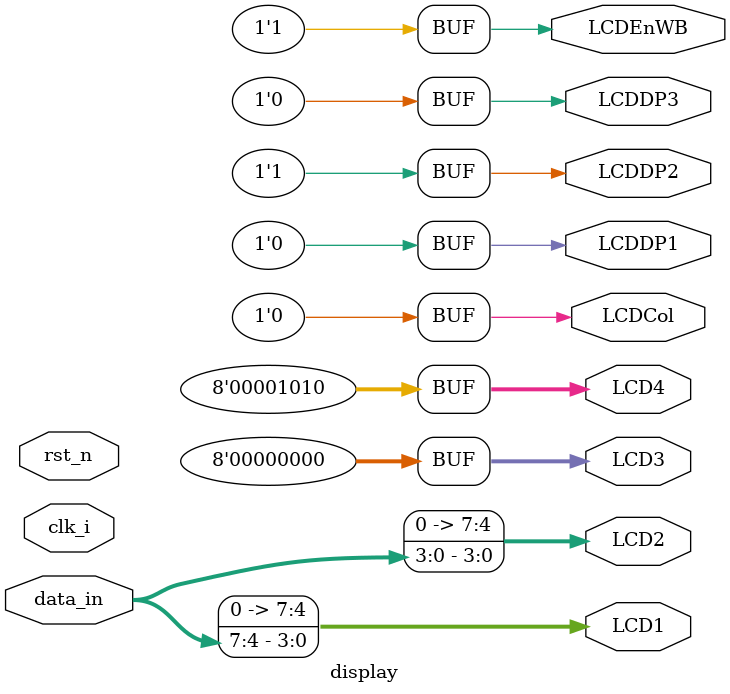
<source format=v>

module display (
	input clk_i,
	input rst_n,
	input [7:0] data_in,
	output reg [7:0] LCD1,
	output reg [7:0] LCD2,
	output reg [7:0] LCD3,
	output reg [7:0] LCD4,
	output reg LCDDP1,   
	output reg LCDDP2,   
	output reg LCDDP3,   
	output reg LCDCol,   
	output reg LCDEnWB   
	);
  
  reg [25:0] count;
  always@ (posedge clk_i)
    count <= count + 1 ;
  
  
	always@( * ) begin
			LCD1 <= {4'h0, data_in[7:4]} ; //8'h0A ;//8'h19; //P count[25] ; //
			LCD2 <= {4'h0, data_in[3:0]} ; //8'h0A ;//8'h12; //I count[24] ; //
			LCD3 <= 8'h00                ; //8'h0A ;//8'h0C; //C count[23] ; //
			LCD4 <= 8'h0A                ; //8'h0A ;//8'h18; //O count[22] ; //
			LCDDP1 <= 0;
			LCDDP2 <= 1;
			LCDDP3 <= 0;
			LCDCol <= 0;
			LCDEnWB <= 1;

	end
    
endmodule
</source>
